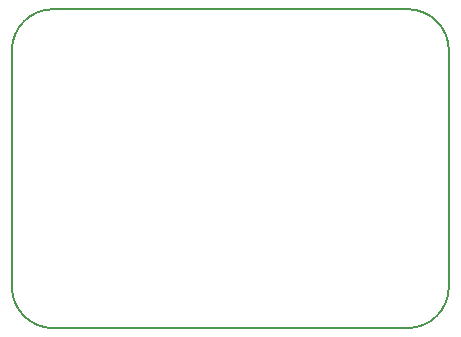
<source format=gm1>
G04 #@! TF.FileFunction,Profile,NP*
%FSLAX46Y46*%
G04 Gerber Fmt 4.6, Leading zero omitted, Abs format (unit mm)*
G04 Created by KiCad (PCBNEW 4.0.2-stable) date 19/05/2016 22:01:24*
%MOMM*%
G01*
G04 APERTURE LIST*
%ADD10C,0.100000*%
%ADD11C,0.150000*%
G04 APERTURE END LIST*
D10*
D11*
X10000000Y1500000D02*
X40000000Y1500000D01*
X10000000Y28500000D02*
X40000000Y28500000D01*
X6500000Y5000000D02*
G75*
G03X10000000Y1500000I3500000J0D01*
G01*
X6500000Y5000000D02*
X6500000Y25000000D01*
X43500000Y25000000D02*
X43500000Y5000000D01*
X43500000Y25000000D02*
G75*
G03X40000000Y28500000I-3500000J0D01*
G01*
X40000000Y1500000D02*
G75*
G03X43500000Y5000000I0J3500000D01*
G01*
X10000000Y28500000D02*
G75*
G03X6500000Y25000000I0J-3500000D01*
G01*
M02*

</source>
